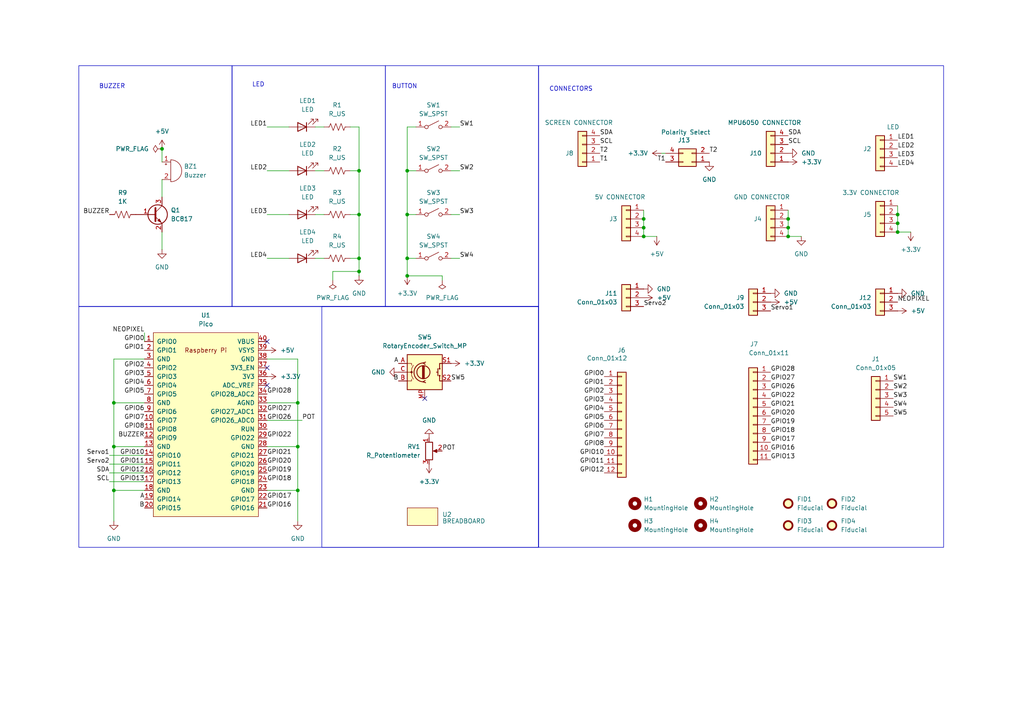
<source format=kicad_sch>
(kicad_sch (version 20231120) (generator "eeschema") (generator_version "8.0")
  (paper "A4")
  (lib_symbols
    (symbol "Connector_Generic:Conn_02x02_Top_Bottom" (pin_names (offset 1.016) hide)
      (property "Reference" "J" (at 1.27 2.54 0))
      (property "Value" "Conn_02x02_Top_Bottom" (at 1.27 -5.08 0))
      (symbol "Conn_02x02_Top_Bottom_1_1"
        (rectangle (start -1.27 -2.413) (end 0 -2.667) (stroke (width 0.1524)))
        (rectangle (start -1.27 0.127) (end 0 -0.127) (stroke (width 0.1524)))
        (rectangle (start -1.27 1.27) (end 3.81 -3.81) (stroke (width 0.254)) (fill (type background)))
        (rectangle (start 3.81 -2.413) (end 2.54 -2.667) (stroke (width 0.1524)))
        (rectangle (start 3.81 0.127) (end 2.54 -0.127) (stroke (width 0.1524)))
        (pin passive line (at -5.08 0 0) (length 3.81) (name "Pin_1") (number "1"))
        (pin passive line (at -5.08 -2.54 0) (length 3.81) (name "Pin_2") (number "2"))
        (pin passive line (at 7.62 0 180) (length 3.81) (name "Pin_3") (number "3"))
        (pin passive line (at 7.62 -2.54 180) (length 3.81) (name "Pin_4") (number "4"))
      )
    )
    (symbol "Library:+3.3V" (power) (pin_numbers hide) (pin_names (offset 0) hide)
      (property "Value" "+3.3V" (at 0 3.556 0))
      (symbol "+3.3V_0_1"
        (polyline (pts (xy -0.762 1.27) (xy 0 2.54)))
        (polyline (pts (xy 0 0) (xy 0 2.54)))
        (polyline (pts (xy 0 2.54) (xy 0.762 1.27)))
      )
      (symbol "+3.3V_1_1"
        (pin power_in line (at 0 0 90) (length 0) (name "~") (number "1"))
      )
    )
    (symbol "Library:+5V" (power) (pin_numbers hide) (pin_names (offset 0) hide)
      (property "Value" "+5V" (at 0 3.556 0))
      (symbol "+5V_0_1"
        (polyline (pts (xy -0.762 1.27) (xy 0 2.54)))
        (polyline (pts (xy 0 0) (xy 0 2.54)))
        (polyline (pts (xy 0 2.54) (xy 0.762 1.27)))
      )
      (symbol "+5V_1_1"
        (pin power_in line (at 0 0 90) (length 0) (name "~") (number "1"))
      )
    )
    (symbol "Library:BC817" (pin_names (offset 0) hide)
      (property "Reference" "Q" (at 5.08 1.905 0))
      (property "Value" "BC817" (at 5.08 0 0))
      (symbol "BC817_0_1"
        (polyline (pts (xy 0.635 0.635) (xy 2.54 2.54)))
        (polyline (pts (xy 0.635 -0.635) (xy 2.54 -2.54) (xy 2.54 -2.54)))
        (polyline (pts (xy 0.635 1.905) (xy 0.635 -1.905) (xy 0.635 -1.905)) (stroke (width 0.508)))
        (polyline (pts (xy 1.27 -1.778) (xy 1.778 -1.27) (xy 2.286 -2.286) (xy 1.27 -1.778) (xy 1.27 -1.778)) (fill (type outline)))
        (circle (center 1.27 0) (radius 2.8194) (stroke (width 0.254)))
      )
      (symbol "BC817_1_1"
        (pin input line (at -5.08 0 0) (length 5.715) (name "B") (number "1"))
        (pin passive line (at 2.54 -5.08 90) (length 2.54) (name "E") (number "2"))
        (pin passive line (at 2.54 5.08 270) (length 2.54) (name "C") (number "3"))
      )
    )
    (symbol "Library:Breadboard"
      (property "Reference" "U" (at -4.064 0.762 0))
      (symbol "Breadboard_1_1"
        (rectangle (start -5.08 -1.27) (end 3.81 -6.35) (fill (type background)))
      )
    )
    (symbol "Library:Buzzer" (pin_names (offset 0.0254) hide)
      (property "Reference" "BZ" (at 3.81 1.27 0))
      (property "Value" "Buzzer" (at 3.81 -1.27 0))
      (symbol "Buzzer_0_1"
        (arc (start 0 -3.175) (mid 3.1612 0) (end 0 3.175))
        (polyline (pts (xy -1.651 1.905) (xy -1.143 1.905)))
        (polyline (pts (xy -1.397 2.159) (xy -1.397 1.651)))
        (polyline (pts (xy 0 3.175) (xy 0 -3.175)))
      )
      (symbol "Buzzer_1_1"
        (pin passive line (at -2.54 2.54 0) (length 2.54) (name "+") (number "1"))
        (pin passive line (at -2.54 -2.54 0) (length 2.54) (name "-") (number "2"))
      )
    )
    (symbol "Library:Conn_01x03" (pin_names (offset 1.016) hide)
      (property "Reference" "J" (at 0 5.08 0))
      (property "Value" "Conn_01x03" (at 0 -5.08 0))
      (symbol "Conn_01x03_1_1"
        (rectangle (start -1.27 -2.413) (end 0 -2.667) (stroke (width 0.1524)))
        (rectangle (start -1.27 0.127) (end 0 -0.127) (stroke (width 0.1524)))
        (rectangle (start -1.27 2.667) (end 0 2.413) (stroke (width 0.1524)))
        (rectangle (start -1.27 3.81) (end 1.27 -3.81) (stroke (width 0.254)) (fill (type background)))
        (pin passive line (at -5.08 2.54 0) (length 3.81) (name "Pin_1") (number "1"))
        (pin passive line (at -5.08 0 0) (length 3.81) (name "Pin_2") (number "2"))
        (pin passive line (at -5.08 -2.54 0) (length 3.81) (name "Pin_3") (number "3"))
      )
    )
    (symbol "Library:Conn_01x04" (pin_names (offset 1.016) hide)
      (property "Reference" "J" (at 0 5.08 0))
      (property "Value" "Conn_01x04" (at 0 -7.62 0))
      (symbol "Conn_01x04_1_1"
        (rectangle (start -1.27 -4.953) (end 0 -5.207) (stroke (width 0.1524)))
        (rectangle (start -1.27 -2.413) (end 0 -2.667) (stroke (width 0.1524)))
        (rectangle (start -1.27 0.127) (end 0 -0.127) (stroke (width 0.1524)))
        (rectangle (start -1.27 2.667) (end 0 2.413) (stroke (width 0.1524)))
        (rectangle (start -1.27 3.81) (end 1.27 -6.35) (stroke (width 0.254)) (fill (type background)))
        (pin passive line (at -5.08 2.54 0) (length 3.81) (name "Pin_1") (number "1"))
        (pin passive line (at -5.08 0 0) (length 3.81) (name "Pin_2") (number "2"))
        (pin passive line (at -5.08 -2.54 0) (length 3.81) (name "Pin_3") (number "3"))
        (pin passive line (at -5.08 -5.08 0) (length 3.81) (name "Pin_4") (number "4"))
      )
    )
    (symbol "Library:Conn_01x05" (pin_names (offset 1.016) hide)
      (property "Reference" "J" (at 0 7.62 0))
      (property "Value" "Conn_01x05" (at 0 -7.62 0))
      (symbol "Conn_01x05_1_1"
        (rectangle (start -1.27 -4.953) (end 0 -5.207) (stroke (width 0.1524)))
        (rectangle (start -1.27 -2.413) (end 0 -2.667) (stroke (width 0.1524)))
        (rectangle (start -1.27 0.127) (end 0 -0.127) (stroke (width 0.1524)))
        (rectangle (start -1.27 2.667) (end 0 2.413) (stroke (width 0.1524)))
        (rectangle (start -1.27 5.207) (end 0 4.953) (stroke (width 0.1524)))
        (rectangle (start -1.27 6.35) (end 1.27 -6.35) (stroke (width 0.254)) (fill (type background)))
        (pin passive line (at -5.08 5.08 0) (length 3.81) (name "Pin_1") (number "1"))
        (pin passive line (at -5.08 2.54 0) (length 3.81) (name "Pin_2") (number "2"))
        (pin passive line (at -5.08 0 0) (length 3.81) (name "Pin_3") (number "3"))
        (pin passive line (at -5.08 -2.54 0) (length 3.81) (name "Pin_4") (number "4"))
        (pin passive line (at -5.08 -5.08 0) (length 3.81) (name "Pin_5") (number "5"))
      )
    )
    (symbol "Library:Conn_01x11" (pin_names (offset 1.016) hide)
      (property "Reference" "J" (at 0 15.24 0))
      (property "Value" "Conn_01x11" (at 0 -15.24 0))
      (symbol "Conn_01x11_1_1"
        (rectangle (start -1.27 -12.573) (end 0 -12.827) (stroke (width 0.1524)))
        (rectangle (start -1.27 -10.033) (end 0 -10.287) (stroke (width 0.1524)))
        (rectangle (start -1.27 -7.493) (end 0 -7.747) (stroke (width 0.1524)))
        (rectangle (start -1.27 -4.953) (end 0 -5.207) (stroke (width 0.1524)))
        (rectangle (start -1.27 -2.413) (end 0 -2.667) (stroke (width 0.1524)))
        (rectangle (start -1.27 0.127) (end 0 -0.127) (stroke (width 0.1524)))
        (rectangle (start -1.27 2.667) (end 0 2.413) (stroke (width 0.1524)))
        (rectangle (start -1.27 5.207) (end 0 4.953) (stroke (width 0.1524)))
        (rectangle (start -1.27 7.747) (end 0 7.493) (stroke (width 0.1524)))
        (rectangle (start -1.27 10.287) (end 0 10.033) (stroke (width 0.1524)))
        (rectangle (start -1.27 12.827) (end 0 12.573) (stroke (width 0.1524)))
        (rectangle (start -1.27 13.97) (end 1.27 -13.97) (stroke (width 0.254)) (fill (type background)))
        (pin passive line (at -5.08 12.7 0) (length 3.81) (name "Pin_1") (number "1"))
        (pin passive line (at -5.08 -10.16 0) (length 3.81) (name "Pin_10") (number "10"))
        (pin passive line (at -5.08 -12.7 0) (length 3.81) (name "Pin_11") (number "11"))
        (pin passive line (at -5.08 10.16 0) (length 3.81) (name "Pin_2") (number "2"))
        (pin passive line (at -5.08 7.62 0) (length 3.81) (name "Pin_3") (number "3"))
        (pin passive line (at -5.08 5.08 0) (length 3.81) (name "Pin_4") (number "4"))
        (pin passive line (at -5.08 2.54 0) (length 3.81) (name "Pin_5") (number "5"))
        (pin passive line (at -5.08 0 0) (length 3.81) (name "Pin_6") (number "6"))
        (pin passive line (at -5.08 -2.54 0) (length 3.81) (name "Pin_7") (number "7"))
        (pin passive line (at -5.08 -5.08 0) (length 3.81) (name "Pin_8") (number "8"))
        (pin passive line (at -5.08 -7.62 0) (length 3.81) (name "Pin_9") (number "9"))
      )
    )
    (symbol "Library:Conn_01x12" (pin_names (offset 1.016) hide)
      (property "Reference" "J" (at 0 15.24 0))
      (property "Value" "Conn_01x12" (at 0 -17.78 0))
      (symbol "Conn_01x12_1_1"
        (rectangle (start -1.27 -15.113) (end 0 -15.367) (stroke (width 0.1524)))
        (rectangle (start -1.27 -12.573) (end 0 -12.827) (stroke (width 0.1524)))
        (rectangle (start -1.27 -10.033) (end 0 -10.287) (stroke (width 0.1524)))
        (rectangle (start -1.27 -7.493) (end 0 -7.747) (stroke (width 0.1524)))
        (rectangle (start -1.27 -4.953) (end 0 -5.207) (stroke (width 0.1524)))
        (rectangle (start -1.27 -2.413) (end 0 -2.667) (stroke (width 0.1524)))
        (rectangle (start -1.27 0.127) (end 0 -0.127) (stroke (width 0.1524)))
        (rectangle (start -1.27 2.667) (end 0 2.413) (stroke (width 0.1524)))
        (rectangle (start -1.27 5.207) (end 0 4.953) (stroke (width 0.1524)))
        (rectangle (start -1.27 7.747) (end 0 7.493) (stroke (width 0.1524)))
        (rectangle (start -1.27 10.287) (end 0 10.033) (stroke (width 0.1524)))
        (rectangle (start -1.27 12.827) (end 0 12.573) (stroke (width 0.1524)))
        (rectangle (start -1.27 13.97) (end 1.27 -16.51) (stroke (width 0.254)) (fill (type background)))
        (pin passive line (at -5.08 12.7 0) (length 3.81) (name "Pin_1") (number "1"))
        (pin passive line (at -5.08 -10.16 0) (length 3.81) (name "Pin_10") (number "10"))
        (pin passive line (at -5.08 -12.7 0) (length 3.81) (name "Pin_11") (number "11"))
        (pin passive line (at -5.08 -15.24 0) (length 3.81) (name "Pin_12") (number "12"))
        (pin passive line (at -5.08 10.16 0) (length 3.81) (name "Pin_2") (number "2"))
        (pin passive line (at -5.08 7.62 0) (length 3.81) (name "Pin_3") (number "3"))
        (pin passive line (at -5.08 5.08 0) (length 3.81) (name "Pin_4") (number "4"))
        (pin passive line (at -5.08 2.54 0) (length 3.81) (name "Pin_5") (number "5"))
        (pin passive line (at -5.08 0 0) (length 3.81) (name "Pin_6") (number "6"))
        (pin passive line (at -5.08 -2.54 0) (length 3.81) (name "Pin_7") (number "7"))
        (pin passive line (at -5.08 -5.08 0) (length 3.81) (name "Pin_8") (number "8"))
        (pin passive line (at -5.08 -7.62 0) (length 3.81) (name "Pin_9") (number "9"))
      )
    )
    (symbol "Library:Fiducial" (exclude_from_sim yes) (in_bom no)
      (property "Reference" "FID" (at 0 5.08 0))
      (property "Value" "Fiducial" (at 0 3.175 0))
      (symbol "Fiducial_0_1"
        (circle (center 0 0) (radius 1.27) (stroke (width 0.508)) (fill (type background)))
      )
    )
    (symbol "Library:GND" (power) (pin_numbers hide) (pin_names (offset 0) hide)
      (property "Value" "GND" (at 0 -3.81 0))
      (symbol "GND_0_1"
        (polyline (pts (xy 0 0) (xy 0 -1.27) (xy 1.27 -1.27) (xy 0 -2.54) (xy -1.27 -1.27) (xy 0 -1.27)))
      )
      (symbol "GND_1_1"
        (pin power_in line (at 0 0 270) (length 0) (name "~") (number "1"))
      )
    )
    (symbol "Library:LED" (pin_numbers hide) (pin_names (offset 1.016) hide)
      (property "Reference" "D" (at 0 2.54 0))
      (property "Value" "LED" (at 0 -2.54 0))
      (symbol "LED_0_1"
        (polyline (pts (xy -1.27 -1.27) (xy -1.27 1.27)) (stroke (width 0.254)))
        (polyline (pts (xy -1.27 0) (xy 1.27 0)))
        (polyline (pts (xy 1.27 -1.27) (xy 1.27 1.27) (xy -1.27 0) (xy 1.27 -1.27)) (stroke (width 0.254)))
        (polyline (pts (xy -3.048 -0.762) (xy -4.572 -2.286) (xy -3.81 -2.286) (xy -4.572 -2.286) (xy -4.572 -1.524)))
        (polyline (pts (xy -1.778 -0.762) (xy -3.302 -2.286) (xy -2.54 -2.286) (xy -3.302 -2.286) (xy -3.302 -1.524)))
      )
      (symbol "LED_1_1"
        (pin passive line (at -3.81 0 0) (length 2.54) (name "K") (number "1"))
        (pin passive line (at 3.81 0 180) (length 2.54) (name "A") (number "2"))
      )
    )
    (symbol "Library:MountingHole" (pin_names (offset 1.016)) (exclude_from_sim yes) (in_bom no)
      (property "Reference" "H" (at 0 5.08 0))
      (property "Value" "MountingHole" (at 0 3.175 0))
      (symbol "MountingHole_0_1"
        (circle (center 0 0) (radius 1.27) (stroke (width 1.27)))
      )
    )
    (symbol "Library:PWR_FLAG" (power) (pin_numbers hide) (pin_names (offset 0) hide)
      (property "Value" "PWR_FLAG" (at 0 3.81 0))
      (symbol "PWR_FLAG_0_0"
        (pin power_out line (at 0 0 90) (length 0) (name "~") (number "1"))
      )
      (symbol "PWR_FLAG_0_1"
        (polyline (pts (xy 0 0) (xy 0 1.27) (xy -1.016 1.905) (xy 0 2.54) (xy 1.016 1.905) (xy 0 1.27)))
      )
    )
    (symbol "Library:Pico" (pin_names (offset 1.016))
      (property "Reference" "U1" (at 0 31.75 0))
      (property "Value" "Pico" (at 0 29.21 0))
      (symbol "Pico_0_0"
        (text "Raspberry Pi" (at 0 21.59 0) (effects (font (size 1.27 1.27))))
      )
      (symbol "Pico_0_1"
        (rectangle (start -15.24 26.67) (end 15.24 -26.67) (fill (type background)))
      )
      (symbol "Pico_1_1"
        (pin bidirectional line (at -17.78 24.13 0) (length 2.54) (name "GPIO0") (number "1"))
        (pin bidirectional line (at -17.78 1.27 0) (length 2.54) (name "GPIO7") (number "10"))
        (pin bidirectional line (at -17.78 -1.27 0) (length 2.54) (name "GPIO8") (number "11"))
        (pin bidirectional line (at -17.78 -3.81 0) (length 2.54) (name "GPIO9") (number "12"))
        (pin power_in line (at -17.78 -6.35 0) (length 2.54) (name "GND") (number "13"))
        (pin bidirectional line (at -17.78 -8.89 0) (length 2.54) (name "GPIO10") (number "14"))
        (pin bidirectional line (at -17.78 -11.43 0) (length 2.54) (name "GPIO11") (number "15"))
        (pin bidirectional line (at -17.78 -13.97 0) (length 2.54) (name "GPIO12") (number "16"))
        (pin bidirectional line (at -17.78 -16.51 0) (length 2.54) (name "GPIO13") (number "17"))
        (pin power_in line (at -17.78 -19.05 0) (length 2.54) (name "GND") (number "18"))
        (pin bidirectional line (at -17.78 -21.59 0) (length 2.54) (name "GPIO14") (number "19"))
        (pin bidirectional line (at -17.78 21.59 0) (length 2.54) (name "GPIO1") (number "2"))
        (pin bidirectional line (at -17.78 -24.13 0) (length 2.54) (name "GPIO15") (number "20"))
        (pin bidirectional line (at 17.78 -24.13 180) (length 2.54) (name "GPIO16") (number "21"))
        (pin bidirectional line (at 17.78 -21.59 180) (length 2.54) (name "GPIO17") (number "22"))
        (pin power_in line (at 17.78 -19.05 180) (length 2.54) (name "GND") (number "23"))
        (pin bidirectional line (at 17.78 -16.51 180) (length 2.54) (name "GPIO18") (number "24"))
        (pin bidirectional line (at 17.78 -13.97 180) (length 2.54) (name "GPIO19") (number "25"))
        (pin bidirectional line (at 17.78 -11.43 180) (length 2.54) (name "GPIO20") (number "26"))
        (pin bidirectional line (at 17.78 -8.89 180) (length 2.54) (name "GPIO21") (number "27"))
        (pin power_in line (at 17.78 -6.35 180) (length 2.54) (name "GND") (number "28"))
        (pin bidirectional line (at 17.78 -3.81 180) (length 2.54) (name "GPIO22") (number "29"))
        (pin power_in line (at -17.78 19.05 0) (length 2.54) (name "GND") (number "3"))
        (pin input line (at 17.78 -1.27 180) (length 2.54) (name "RUN") (number "30"))
        (pin bidirectional line (at 17.78 1.27 180) (length 2.54) (name "GPIO26_ADC0") (number "31"))
        (pin bidirectional line (at 17.78 3.81 180) (length 2.54) (name "GPIO27_ADC1") (number "32"))
        (pin power_in line (at 17.78 6.35 180) (length 2.54) (name "AGND") (number "33"))
        (pin bidirectional line (at 17.78 8.89 180) (length 2.54) (name "GPIO28_ADC2") (number "34"))
        (pin unspecified line (at 17.78 11.43 180) (length 2.54) (name "ADC_VREF") (number "35"))
        (pin unspecified line (at 17.78 13.97 180) (length 2.54) (name "3V3") (number "36"))
        (pin input line (at 17.78 16.51 180) (length 2.54) (name "3V3_EN") (number "37"))
        (pin bidirectional line (at 17.78 19.05 180) (length 2.54) (name "GND") (number "38"))
        (pin unspecified line (at 17.78 21.59 180) (length 2.54) (name "VSYS") (number "39"))
        (pin bidirectional line (at -17.78 16.51 0) (length 2.54) (name "GPIO2") (number "4"))
        (pin unspecified line (at 17.78 24.13 180) (length 2.54) (name "VBUS") (number "40"))
        (pin bidirectional line (at -17.78 13.97 0) (length 2.54) (name "GPIO3") (number "5"))
        (pin bidirectional line (at -17.78 11.43 0) (length 2.54) (name "GPIO4") (number "6"))
        (pin bidirectional line (at -17.78 8.89 0) (length 2.54) (name "GPIO5") (number "7"))
        (pin power_in line (at -17.78 6.35 0) (length 2.54) (name "GND") (number "8"))
        (pin bidirectional line (at -17.78 3.81 0) (length 2.54) (name "GPIO6") (number "9"))
      )
    )
    (symbol "Library:R_Potentiometer" (pin_names (offset 1.016) hide)
      (property "Reference" "RV" (at -4.445 0 90))
      (property "Value" "R_Potentiometer" (at -2.54 0 90))
      (symbol "R_Potentiometer_0_1"
        (polyline (pts (xy 2.54 0) (xy 1.524 0)))
        (polyline (pts (xy 1.143 0) (xy 2.286 0.508) (xy 2.286 -0.508) (xy 1.143 0)) (fill (type outline)))
        (rectangle (start 1.016 2.54) (end -1.016 -2.54) (stroke (width 0.254)))
      )
      (symbol "R_Potentiometer_1_1"
        (pin passive line (at 0 3.81 270) (length 1.27) (name "1") (number "1"))
        (pin passive line (at 3.81 0 180) (length 1.27) (name "2") (number "2"))
        (pin passive line (at 0 -3.81 90) (length 1.27) (name "3") (number "3"))
      )
    )
    (symbol "Library:R_US" (pin_numbers hide) (pin_names (offset 0))
      (property "Reference" "R" (at 2.54 0 90))
      (property "Value" "R_US" (at -2.54 0 90))
      (symbol "R_US_0_1"
        (polyline (pts (xy 0 -2.286) (xy 0 -2.54)))
        (polyline (pts (xy 0 2.286) (xy 0 2.54)))
        (polyline (pts (xy 0 -0.762) (xy 1.016 -1.143) (xy 0 -1.524) (xy -1.016 -1.905) (xy 0 -2.286)))
        (polyline (pts (xy 0 0.762) (xy 1.016 0.381) (xy 0 0) (xy -1.016 -0.381) (xy 0 -0.762)))
        (polyline (pts (xy 0 2.286) (xy 1.016 1.905) (xy 0 1.524) (xy -1.016 1.143) (xy 0 0.762)))
      )
      (symbol "R_US_1_1"
        (pin passive line (at 0 3.81 270) (length 1.27) (name "~") (number "1"))
        (pin passive line (at 0 -3.81 90) (length 1.27) (name "~") (number "2"))
      )
    )
    (symbol "Library:RotaryEncoder_Switch_MP" (pin_names (offset 0.254) hide)
      (property "Reference" "SW" (at 0 8.89 0))
      (property "Value" "RotaryEncoder_Switch_MP" (at 0 6.35 0))
      (symbol "RotaryEncoder_Switch_MP_0_1"
        (rectangle (start -5.08 5.08) (end 5.08 -5.08) (stroke (width 0.254)) (fill (type background)))
        (circle (center -3.81 0) (radius 0.254) (fill (type outline)))
        (circle (center -0.381 0) (radius 1.905) (stroke (width 0.254)))
        (arc (start -0.381 2.667) (mid -3.0988 -0.0635) (end -0.381 -2.794) (stroke (width 0.254)))
        (polyline (pts (xy -0.635 -1.778) (xy -0.635 1.778)) (stroke (width 0.254)))
        (polyline (pts (xy -0.381 -1.778) (xy -0.381 1.778)) (stroke (width 0.254)))
        (polyline (pts (xy -0.127 1.778) (xy -0.127 -1.778)) (stroke (width 0.254)))
        (polyline (pts (xy 3.81 0) (xy 3.429 0)) (stroke (width 0.254)))
        (polyline (pts (xy 3.81 1.016) (xy 3.81 -1.016)) (stroke (width 0.254)))
        (polyline (pts (xy -5.08 -2.54) (xy -3.81 -2.54) (xy -3.81 -2.032)))
        (polyline (pts (xy -5.08 2.54) (xy -3.81 2.54) (xy -3.81 2.032)))
        (polyline (pts (xy 0.254 -3.048) (xy -0.508 -2.794) (xy 0.127 -2.413)) (stroke (width 0.254)))
        (polyline (pts (xy 0.254 2.921) (xy -0.508 2.667) (xy 0.127 2.286)) (stroke (width 0.254)))
        (polyline (pts (xy 5.08 -2.54) (xy 4.318 -2.54) (xy 4.318 -1.016)) (stroke (width 0.254)))
        (polyline (pts (xy 5.08 2.54) (xy 4.318 2.54) (xy 4.318 1.016)) (stroke (width 0.254)))
        (polyline (pts (xy -5.08 0) (xy -3.81 0) (xy -3.81 -1.016) (xy -3.302 -2.032)))
        (polyline (pts (xy -4.318 0) (xy -3.81 0) (xy -3.81 1.016) (xy -3.302 2.032)))
        (circle (center 4.318 -1.016) (radius 0.127) (stroke (width 0.254)))
        (circle (center 4.318 1.016) (radius 0.127) (stroke (width 0.254)))
      )
      (symbol "RotaryEncoder_Switch_MP_1_1"
        (pin passive line (at -7.62 2.54 0) (length 2.54) (name "A") (number "A"))
        (pin passive line (at -7.62 -2.54 0) (length 2.54) (name "B") (number "B"))
        (pin passive line (at -7.62 0 0) (length 2.54) (name "C") (number "C"))
        (pin passive line (at 0 -7.62 90) (length 2.54) (name "MP") (number "MP"))
        (pin passive line (at 7.62 2.54 180) (length 2.54) (name "S1") (number "S1"))
        (pin passive line (at 7.62 -2.54 180) (length 2.54) (name "S2") (number "S2"))
      )
    )
    (symbol "Library:SW_SPST" (pin_names (offset 0) hide)
      (property "Reference" "SW" (at 0 3.175 0))
      (property "Value" "SW_SPST" (at 0 -2.54 0))
      (symbol "SW_SPST_0_0"
        (circle (center -2.032 0) (radius 0.508))
        (polyline (pts (xy -1.524 0.254) (xy 1.524 1.778)))
        (circle (center 2.032 0) (radius 0.508))
      )
      (symbol "SW_SPST_1_1"
        (pin passive line (at -5.08 0 0) (length 2.54) (name "A") (number "1"))
        (pin passive line (at 5.08 0 180) (length 2.54) (name "B") (number "2"))
      )
    )
  )
  (junction (at 104.14 78.74))
  (junction (at 228.6 63.5))
  (junction (at 228.6 66.04))
  (junction (at 186.69 63.5))
  (junction (at 260.35 62.23))
  (junction (at 86.36 129.54))
  (junction (at 33.02 142.24))
  (junction (at 118.11 80.01))
  (junction (at 118.11 74.93))
  (junction (at 118.11 49.53))
  (junction (at 260.35 64.77))
  (junction (at 260.35 67.31))
  (junction (at 86.36 142.24))
  (junction (at 186.69 68.58))
  (junction (at 33.02 116.84))
  (junction (at 46.99 43.18))
  (junction (at 186.69 66.04))
  (junction (at 86.36 116.84))
  (junction (at 118.11 62.23))
  (junction (at 104.14 62.23))
  (junction (at 33.02 129.54))
  (junction (at 104.14 49.53))
  (junction (at 104.14 74.93))
  (junction (at 228.6 68.58))
  (no_connect (at 77.47 99.06))
  (no_connect (at 77.47 111.76))
  (no_connect (at 123.19 115.57))
  (no_connect (at 77.47 106.68))
  (wire (pts (xy 91.44 62.23) (xy 93.98 62.23)))
  (wire (pts (xy 191.77 44.45) (xy 193.04 44.45)))
  (wire (pts (xy 186.69 63.5) (xy 186.69 66.04)))
  (wire (pts (xy 130.81 49.53) (xy 133.35 49.53)))
  (wire (pts (xy 46.99 67.31) (xy 46.99 72.39)))
  (wire (pts (xy 77.47 74.93) (xy 83.82 74.93)))
  (wire (pts (xy 118.11 62.23) (xy 120.65 62.23)))
  (wire (pts (xy 91.44 74.93) (xy 93.98 74.93)))
  (wire (pts (xy 118.11 49.53) (xy 118.11 36.83)))
  (wire (pts (xy 118.11 80.01) (xy 128.27 80.01)))
  (wire (pts (xy 118.11 62.23) (xy 118.11 74.93)))
  (wire (pts (xy 128.27 81.28) (xy 128.27 80.01)))
  (wire (pts (xy 118.11 49.53) (xy 120.65 49.53)))
  (wire (pts (xy 77.47 36.83) (xy 83.82 36.83)))
  (wire (pts (xy 130.81 74.93) (xy 133.35 74.93)))
  (wire (pts (xy 101.6 62.23) (xy 104.14 62.23)))
  (wire (pts (xy 104.14 74.93) (xy 104.14 78.74)))
  (wire (pts (xy 31.75 134.62) (xy 41.91 134.62)))
  (wire (pts (xy 228.6 68.58) (xy 232.41 68.58)))
  (wire (pts (xy 260.35 59.69) (xy 260.35 62.23)))
  (wire (pts (xy 86.36 116.84) (xy 86.36 129.54)))
  (wire (pts (xy 31.75 139.7) (xy 41.91 139.7)))
  (wire (pts (xy 33.02 129.54) (xy 33.02 142.24)))
  (wire (pts (xy 260.35 64.77) (xy 260.35 67.31)))
  (wire (pts (xy 86.36 142.24) (xy 77.47 142.24)))
  (wire (pts (xy 33.02 116.84) (xy 33.02 129.54)))
  (wire (pts (xy 118.11 36.83) (xy 120.65 36.83)))
  (wire (pts (xy 31.75 137.16) (xy 41.91 137.16)))
  (wire (pts (xy 77.47 49.53) (xy 83.82 49.53)))
  (wire (pts (xy 77.47 121.92) (xy 87.63 121.92)))
  (wire (pts (xy 228.6 60.96) (xy 228.6 63.5)))
  (wire (pts (xy 104.14 62.23) (xy 104.14 74.93)))
  (wire (pts (xy 77.47 116.84) (xy 86.36 116.84)))
  (wire (pts (xy 118.11 74.93) (xy 118.11 80.01)))
  (wire (pts (xy 33.02 151.13) (xy 33.02 142.24)))
  (wire (pts (xy 101.6 49.53) (xy 104.14 49.53)))
  (wire (pts (xy 33.02 129.54) (xy 41.91 129.54)))
  (wire (pts (xy 186.69 60.96) (xy 186.69 63.5)))
  (wire (pts (xy 228.6 66.04) (xy 228.6 68.58)))
  (wire (pts (xy 91.44 36.83) (xy 93.98 36.83)))
  (wire (pts (xy 77.47 62.23) (xy 83.82 62.23)))
  (wire (pts (xy 260.35 67.31) (xy 264.16 67.31)))
  (wire (pts (xy 186.69 68.58) (xy 190.5 68.58)))
  (wire (pts (xy 46.99 43.18) (xy 46.99 46.99)))
  (wire (pts (xy 91.44 49.53) (xy 93.98 49.53)))
  (wire (pts (xy 118.11 74.93) (xy 120.65 74.93)))
  (wire (pts (xy 96.52 78.74) (xy 104.14 78.74)))
  (wire (pts (xy 46.99 52.07) (xy 46.99 57.15)))
  (wire (pts (xy 33.02 116.84) (xy 41.91 116.84)))
  (wire (pts (xy 86.36 129.54) (xy 86.36 142.24)))
  (wire (pts (xy 86.36 104.14) (xy 86.36 116.84)))
  (wire (pts (xy 33.02 142.24) (xy 41.91 142.24)))
  (wire (pts (xy 228.6 63.5) (xy 228.6 66.04)))
  (wire (pts (xy 33.02 104.14) (xy 33.02 116.84)))
  (wire (pts (xy 104.14 78.74) (xy 104.14 80.01)))
  (wire (pts (xy 101.6 36.83) (xy 104.14 36.83)))
  (wire (pts (xy 186.69 66.04) (xy 186.69 68.58)))
  (wire (pts (xy 41.91 104.14) (xy 33.02 104.14)))
  (wire (pts (xy 104.14 36.83) (xy 104.14 49.53)))
  (wire (pts (xy 77.47 129.54) (xy 86.36 129.54)))
  (wire (pts (xy 41.91 96.52) (xy 41.91 99.06)))
  (wire (pts (xy 86.36 151.13) (xy 86.36 142.24)))
  (wire (pts (xy 77.47 104.14) (xy 86.36 104.14)))
  (wire (pts (xy 130.81 62.23) (xy 133.35 62.23)))
  (wire (pts (xy 104.14 49.53) (xy 104.14 62.23)))
  (wire (pts (xy 118.11 49.53) (xy 118.11 62.23)))
  (wire (pts (xy 260.35 62.23) (xy 260.35 64.77)))
  (wire (pts (xy 96.52 81.28) (xy 96.52 78.74)))
  (wire (pts (xy 101.6 74.93) (xy 104.14 74.93)))
  (wire (pts (xy 31.75 132.08) (xy 41.91 132.08)))
  (wire (pts (xy 130.81 36.83) (xy 133.35 36.83)))
  (rectangle (start 111.76 19.05) (end 156.21 88.9))
  (rectangle (start 93.345 88.9) (end 156.21 158.75))
  (rectangle (start 22.86 88.9) (end 156.21 158.75))
  (rectangle (start 22.86 19.05) (end 67.31 88.9))
  (rectangle (start 156.21 19.05) (end 273.685 158.75))
  (rectangle (start 67.31 19.05) (end 111.76 88.9))
  (text "BUTTON" (at 117.348 25.146 0) (effects (font (size 1.27 1.27))))
  (text "CONNECTORS\n" (at 165.608 25.908 0) (effects (font (size 1.27 1.27))))
  (text "LED" (at 74.93 24.638 0) (effects (font (size 1.27 1.27))))
  (text "BUZZER" (at 32.512 25.146 0) (effects (font (size 1.27 1.27))))
  (label "GPIO7" (at 41.91 121.92 180))
  (label "GPIO22" (at 223.52 115.57 0))
  (label "GPIO10" (at 41.91 132.08 180))
  (label "GPIO4" (at 175.26 119.38 180))
  (label "B" (at 115.57 110.49 180))
  (label "GPIO2" (at 175.26 114.3 180))
  (label "NEOPIXEL" (at 41.91 96.52 180))
  (label "A" (at 115.57 105.41 180))
  (label "Servo2" (at 31.75 134.62 180))
  (label "GPIO0" (at 175.26 109.22 180))
  (label "GPIO13" (at 223.52 133.35 0))
  (label "GPIO22" (at 77.47 127 0))
  (label "GPIO6" (at 175.26 124.46 180))
  (label "GPIO1" (at 175.26 111.76 180))
  (label "GPIO6" (at 41.91 119.38 180))
  (label "SW3" (at 133.35 62.23 0))
  (label "T1" (at 173.99 46.99 0))
  (label "GPIO10" (at 175.26 132.08 180))
  (label "POT" (at 87.63 121.92 0))
  (label "T2" (at 173.99 44.45 0))
  (label "GPIO11" (at 175.26 134.62 180))
  (label "GPIO3" (at 175.26 116.84 180))
  (label "LED3" (at 77.47 62.23 180))
  (label "LED4" (at 77.47 74.93 180))
  (label "LED2" (at 260.35 43.18 0))
  (label "GPIO7" (at 175.26 127 180))
  (label "NEOPIXEL" (at 260.35 87.63 0))
  (label "SW2" (at 259.08 113.03 0))
  (label "SDA" (at 173.99 39.37 0))
  (label "GPIO17" (at 223.52 128.27 0))
  (label "GPIO16" (at 223.52 130.81 0))
  (label "SCL" (at 173.99 41.91 0))
  (label "LED2" (at 77.47 49.53 180))
  (label "GPIO28" (at 77.47 114.3 0))
  (label "SW1" (at 133.35 36.83 0))
  (label "GPIO26" (at 223.52 113.03 0))
  (label "GPIO4" (at 41.91 111.76 180))
  (label "GPIO18" (at 223.52 125.73 0))
  (label "SCL" (at 31.75 139.7 180))
  (label "SW4" (at 259.08 118.11 0))
  (label "GPIO17" (at 77.47 144.78 0))
  (label "SW3" (at 259.08 115.57 0))
  (label "SW5" (at 259.08 120.65 0))
  (label "GPIO20" (at 77.47 134.62 0))
  (label "LED3" (at 260.35 45.72 0))
  (label "B" (at 41.91 147.32 180))
  (label "BUZZER" (at 31.75 62.23 180))
  (label "LED4" (at 260.35 48.26 0))
  (label "LED1" (at 260.35 40.64 0))
  (label "GPIO21" (at 77.47 132.08 0))
  (label "GPIO8" (at 41.91 124.46 180))
  (label "GPIO20" (at 223.52 120.65 0))
  (label "SCL" (at 228.6 41.91 0))
  (label "GPIO28" (at 223.52 107.95 0))
  (label "BUZZER" (at 41.91 127 180))
  (label "GPIO0" (at 41.91 99.06 180))
  (label "GPIO27" (at 223.52 110.49 0))
  (label "GPIO18" (at 77.47 139.7 0))
  (label "GPIO12" (at 41.91 137.16 180))
  (label "SW1" (at 259.08 110.49 0))
  (label "GPIO27" (at 77.47 119.38 0))
  (label "GPIO8" (at 175.26 129.54 180))
  (label "GPIO5" (at 175.26 121.92 180))
  (label "SDA" (at 31.75 137.16 180))
  (label "Servo1" (at 223.52 90.17 0))
  (label "LED1" (at 77.47 36.83 180))
  (label "GPIO26" (at 77.47 121.92 0))
  (label "GPIO1" (at 41.91 101.6 180))
  (label "Servo1" (at 31.75 132.08 180))
  (label "POT" (at 128.27 130.81 0))
  (label "GPIO21" (at 223.52 118.11 0))
  (label "A" (at 41.91 144.78 180))
  (label "GPIO2" (at 41.91 106.68 180))
  (label "SW4" (at 133.35 74.93 0))
  (label "GPIO16" (at 77.47 147.32 0))
  (label "SDA" (at 228.6 39.37 0))
  (label "GPIO12" (at 175.26 137.16 180))
  (label "SW5" (at 130.81 110.49 0))
  (label "SW2" (at 133.35 49.53 0))
  (label "Servo2" (at 186.69 88.9 0))
  (label "T2" (at 205.74 44.45 0))
  (label "GPIO19" (at 77.47 137.16 0))
  (label "T1" (at 193.04 46.99 180))
  (label "GPIO11" (at 41.91 134.62 180))
  (label "GPIO19" (at 223.52 123.19 0))
  (label "GPIO3" (at 41.91 109.22 180))
  (label "GPIO5" (at 41.91 114.3 180))
  (label "GPIO13" (at 41.91 139.7 180))
  (symbol (lib_id "Library:Fiducial") (at 228.6 146.05 0) (unit 1) (exclude_from_sim yes) (in_bom no)
    (property "Reference" "FID1" (at 231.14 144.7799 0) (effects (justify left)))
    (property "Value" "Fiducial" (at 231.14 147.3199 0) (effects (justify left)))
    (property "Footprint" "Library:Fiducial_1mm_Mask2mm" (effects (hide yes)))
    (property "Description" "Fiducial Marker" (effects (hide yes)))
  )
  (symbol (lib_id "Library:Conn_01x11") (at 218.44 120.65 0) (mirror y) (unit 1)
    (property "Reference" "J7" (at 218.694 99.822 0))
    (property "Value" "Conn_01x11" (at 223.012 102.362 0))
    (property "Footprint" "Library:PinHeader_1x11_P2.54mm_Vertical" (effects (hide yes)))
    (property "Description" "Generic connector, single row, 01x11, script generated (kicad-library-utils/schlib/autogen/connector/)" (effects (hide yes)))
  )
  (symbol (lib_id "Library:+3.3V") (at 228.6 46.99 270) (mirror x) (unit 1)
    (property "Reference" "#PWR22" (effects (hide yes)))
    (property "Value" "+3.3V" (at 232.41 46.9901 90) (effects (justify left)))
    (property "Description" "Power symbol creates a global label with name \"+3.3V\"" (effects (hide yes)))
  )
  (symbol (lib_id "Library:GND") (at 115.57 107.95 270) (mirror x) (unit 1)
    (property "Reference" "#PWR28" (effects (hide yes)))
    (property "Value" "GND" (at 111.76 107.9499 90) (effects (justify right)))
    (property "Description" "Power symbol creates a global label with name \"GND\" , ground" (effects (hide yes)))
  )
  (symbol (lib_id "Library:Fiducial") (at 228.6 152.4 0) (unit 1) (exclude_from_sim yes) (in_bom no)
    (property "Reference" "FID3" (at 231.14 151.1299 0) (effects (justify left)))
    (property "Value" "Fiducial" (at 231.14 153.6699 0) (effects (justify left)))
    (property "Footprint" "Library:Fiducial_1mm_Mask2mm" (effects (hide yes)))
    (property "Description" "Fiducial Marker" (effects (hide yes)))
  )
  (symbol (lib_id "Library:+3.3V") (at 130.81 105.41 270) (mirror x) (unit 1)
    (property "Reference" "#PWR29" (effects (hide yes)))
    (property "Value" "+3.3V" (at 134.62 105.4101 90) (effects (justify left)))
    (property "Description" "Power symbol creates a global label with name \"+3.3V\"" (effects (hide yes)))
  )
  (symbol (lib_id "Connector_Generic:Conn_02x02_Top_Bottom") (at 200.66 46.99 180) (unit 1)
    (property "Reference" "J13" (at 198.374 40.64 0))
    (property "Value" "Polarity Select" (at 198.882 38.354 0))
    (property "Footprint" "Connector_PinHeader_2.54mm:PinHeader_2x02_P2.54mm_Vertical" (effects (hide yes)))
    (property "Description" "Generic connector, double row, 02x02, top/bottom pin numbering scheme (row 1: 1...pins_per_row, row2: pins_per_row+1 ... num_pins), script generated (kicad-library-utils/schlib/autogen/connector/)" (effects (hide yes)))
  )
  (symbol (lib_id "Library:Conn_01x04") (at 255.27 43.18 0) (mirror y) (unit 1)
    (property "Reference" "J2" (at 252.73 43.1799 0) (effects (justify left)))
    (property "Value" "LED" (at 260.858 36.83 0) (effects (justify left)))
    (property "Footprint" "Library:PinHeader_1x04_P2.54mm_Vertical" (effects (hide yes)))
    (property "Description" "Generic connector, single row, 01x04, script generated (kicad-library-utils/schlib/autogen/connector/)" (effects (hide yes)))
  )
  (symbol (lib_id "Library:+5V") (at 46.99 43.18 0) (unit 1)
    (property "Reference" "#PWR02" (effects (hide yes)))
    (property "Value" "+5V" (at 46.99 38.1 0))
    (property "Description" "Power symbol creates a global label with name \"+5V\"" (effects (hide yes)))
  )
  (symbol (lib_id "Library:+5V") (at 186.69 86.36 270) (unit 1)
    (property "Reference" "#PWR25" (effects (hide yes)))
    (property "Value" "+5V" (at 190.5 86.3599 90) (effects (justify left)))
    (property "Description" "Power symbol creates a global label with name \"+5V\"" (effects (hide yes)))
  )
  (symbol (lib_id "Library:+5V") (at 190.5 68.58 180) (unit 1)
    (property "Reference" "#PWR06" (effects (hide yes)))
    (property "Value" "+5V" (at 190.5 73.66 0))
    (property "Description" "Power symbol creates a global label with name \"+5V\"" (effects (hide yes)))
  )
  (symbol (lib_id "Library:SW_SPST") (at 125.73 62.23 0) (unit 1)
    (property "Reference" "SW3" (at 125.73 55.88 0))
    (property "Value" "SW_SPST" (at 125.73 58.42 0))
    (property "Footprint" "Library:SW_SPST_PTS810" (effects (hide yes)))
    (property "Description" "Single Pole Single Throw (SPST) switch" (effects (hide yes)))
  )
  (symbol (lib_id "Library:GND") (at 223.52 85.09 90) (unit 1)
    (property "Reference" "#PWR3" (effects (hide yes)))
    (property "Value" "GND" (at 227.33 85.0899 90) (effects (justify right)))
    (property "Description" "Power symbol creates a global label with name \"GND\" , ground" (effects (hide yes)))
  )
  (symbol (lib_id "Library:SW_SPST") (at 125.73 74.93 0) (unit 1)
    (property "Reference" "SW4" (at 125.73 68.58 0))
    (property "Value" "SW_SPST" (at 125.73 71.12 0))
    (property "Footprint" "Library:SW_SPST_PTS810" (effects (hide yes)))
    (property "Description" "Single Pole Single Throw (SPST) switch" (effects (hide yes)))
  )
  (symbol (lib_id "Library:GND") (at 228.6 44.45 90) (mirror x) (unit 1)
    (property "Reference" "#PWR23" (effects (hide yes)))
    (property "Value" "GND" (at 232.41 44.4501 90) (effects (justify right)))
    (property "Description" "Power symbol creates a global label with name \"GND\" , ground" (effects (hide yes)))
  )
  (symbol (lib_id "Library:PWR_FLAG") (at 46.99 43.18 90) (unit 1)
    (property "Reference" "#FLG01" (effects (hide yes)))
    (property "Value" "PWR_FLAG" (at 43.18 43.1799 90) (effects (justify left)))
    (property "Description" "Special symbol for telling ERC where power comes from" (effects (hide yes)))
  )
  (symbol (lib_id "Library:GND") (at 86.36 151.13 0) (unit 1)
    (property "Reference" "#PWR013" (effects (hide yes)))
    (property "Value" "GND" (at 86.36 156.21 0))
    (property "Description" "Power symbol creates a global label with name \"GND\" , ground" (effects (hide yes)))
  )
  (symbol (lib_id "Library:Conn_01x04") (at 223.52 63.5 0) (mirror y) (unit 1)
    (property "Reference" "J4" (at 220.98 63.4999 0) (effects (justify left)))
    (property "Value" "GND CONNECTOR" (at 229.108 57.15 0) (effects (justify left)))
    (property "Footprint" "Library:PinHeader_1x04_P2.54mm_Vertical" (effects (hide yes)))
    (property "Description" "Generic connector, single row, 01x04, script generated (kicad-library-utils/schlib/autogen/connector/)" (effects (hide yes)))
  )
  (symbol (lib_id "Library:PWR_FLAG") (at 96.52 81.28 180) (unit 1)
    (property "Reference" "#FLG02" (effects (hide yes)))
    (property "Value" "PWR_FLAG" (at 96.52 86.36 0))
    (property "Description" "Special symbol for telling ERC where power comes from" (effects (hide yes)))
  )
  (symbol (lib_id "Library:Conn_01x04") (at 168.91 44.45 180) (unit 1)
    (property "Reference" "J8" (at 166.37 44.4501 0) (effects (justify left)))
    (property "Value" "SCREEN CONNECTOR" (at 177.8 35.56 0) (effects (justify left)))
    (property "Footprint" "Library:PinHeader_1x04_P2.54mm_Vertical" (effects (hide yes)))
    (property "Description" "Generic connector, single row, 01x04, script generated (kicad-library-utils/schlib/autogen/connector/)" (effects (hide yes)))
  )
  (symbol (lib_id "Library:SW_SPST") (at 125.73 36.83 0) (unit 1)
    (property "Reference" "SW1" (at 125.73 30.48 0))
    (property "Value" "SW_SPST" (at 125.73 33.02 0))
    (property "Footprint" "Library:SW_SPST_PTS810" (effects (hide yes)))
    (property "Description" "Single Pole Single Throw (SPST) switch" (effects (hide yes)))
  )
  (symbol (lib_id "Library:GND") (at 260.35 85.09 90) (unit 1)
    (property "Reference" "#PWR26" (effects (hide yes)))
    (property "Value" "GND" (at 264.16 85.0899 90) (effects (justify right)))
    (property "Description" "Power symbol creates a global label with name \"GND\" , ground" (effects (hide yes)))
  )
  (symbol (lib_id "Library:MountingHole") (at 184.15 152.4 0) (unit 1) (exclude_from_sim yes) (in_bom no)
    (property "Reference" "H3" (at 186.69 151.1299 0) (effects (justify left)))
    (property "Value" "MountingHole" (at 186.69 153.6699 0) (effects (justify left)))
    (property "Footprint" "Library:MountingHole_3mm" (effects (hide yes)))
    (property "Description" "Mounting Hole without connection" (effects (hide yes)))
  )
  (symbol (lib_id "Library:Conn_01x04") (at 181.61 63.5 0) (mirror y) (unit 1)
    (property "Reference" "J3" (at 179.07 63.4999 0) (effects (justify left)))
    (property "Value" "5V CONNECTOR" (at 187.198 57.15 0) (effects (justify left)))
    (property "Footprint" "Library:PinHeader_1x04_P2.54mm_Vertical" (effects (hide yes)))
    (property "Description" "Generic connector, single row, 01x04, script generated (kicad-library-utils/schlib/autogen/connector/)" (effects (hide yes)))
  )
  (symbol (lib_id "Library:GND") (at 124.46 127 0) (mirror x) (unit 1)
    (property "Reference" "#PWR30" (effects (hide yes)))
    (property "Value" "GND" (at 124.46 121.92 0))
    (property "Description" "Power symbol creates a global label with name \"GND\" , ground" (effects (hide yes)))
  )
  (symbol (lib_id "Library:PWR_FLAG") (at 128.27 81.28 180) (unit 1)
    (property "Reference" "#FLG03" (effects (hide yes)))
    (property "Value" "PWR_FLAG" (at 128.27 86.36 0))
    (property "Description" "Special symbol for telling ERC where power comes from" (effects (hide yes)))
  )
  (symbol (lib_id "Library:GND") (at 33.02 151.13 0) (unit 1)
    (property "Reference" "#PWR015" (effects (hide yes)))
    (property "Value" "GND" (at 33.02 156.21 0))
    (property "Description" "Power symbol creates a global label with name \"GND\" , ground" (effects (hide yes)))
  )
  (symbol (lib_id "Library:GND") (at 104.14 80.01 0) (unit 1)
    (property "Reference" "#PWR01" (effects (hide yes)))
    (property "Value" "GND" (at 104.14 85.09 0))
    (property "Description" "Power symbol creates a global label with name \"GND\" , ground" (effects (hide yes)))
  )
  (symbol (lib_id "Library:Conn_01x04") (at 223.52 44.45 180) (unit 1)
    (property "Reference" "J10" (at 220.98 44.4501 0) (effects (justify left)))
    (property "Value" "MPU6050 CONNECTOR" (at 232.41 35.56 0) (effects (justify left)))
    (property "Footprint" "Library:PinHeader_1x04_P2.54mm_Vertical" (effects (hide yes)))
    (property "Description" "Generic connector, single row, 01x04, script generated (kicad-library-utils/schlib/autogen/connector/)" (effects (hide yes)))
  )
  (symbol (lib_id "Library:Pico") (at 59.69 123.19 0) (unit 1)
    (property "Reference" "U1" (at 59.69 91.44 0))
    (property "Value" "Pico" (at 59.69 93.98 0))
    (property "Footprint" "Library:RPi_Pico_SMD_TH" (effects (hide yes)))
  )
  (symbol (lib_id "Library:R_US") (at 35.56 62.23 90) (unit 1)
    (property "Reference" "R9" (at 35.56 55.88 90))
    (property "Value" "1K" (at 35.56 58.42 90))
    (property "Footprint" "Library:R_0402_1005Metric" (effects (hide yes)))
    (property "Description" "Resistor, US symbol" (effects (hide yes)))
  )
  (symbol (lib_id "Library:Conn_01x03") (at 181.61 86.36 0) (mirror y) (unit 1)
    (property "Reference" "J11" (at 179.07 85.0899 0) (effects (justify left)))
    (property "Value" "Conn_01x03" (at 179.07 87.6299 0) (effects (justify left)))
    (property "Footprint" "Library:PinHeader_1x03_P2.54mm_Vertical" (effects (hide yes)))
    (property "Description" "Generic connector, single row, 01x03, script generated (kicad-library-utils/schlib/autogen/connector/)" (effects (hide yes)))
  )
  (symbol (lib_id "Library:GND") (at 205.74 46.99 0) (unit 1)
    (property "Reference" "#PWR12" (effects (hide yes)))
    (property "Value" "GND" (at 205.74 52.07 0))
    (property "Description" "Power symbol creates a global label with name \"GND\" , ground" (effects (hide yes)))
  )
  (symbol (lib_id "Library:LED") (at 87.63 62.23 180) (unit 1)
    (property "Reference" "LED3" (at 89.2175 54.61 0))
    (property "Value" "LED" (at 89.2175 57.15 0))
    (property "Footprint" "Library:LED_0603_1608Metric" (effects (hide yes)))
    (property "Description" "Light emitting diode" (effects (hide yes)))
  )
  (symbol (lib_id "Library:+5V") (at 223.52 87.63 270) (unit 1)
    (property "Reference" "#PWR21" (effects (hide yes)))
    (property "Value" "+5V" (at 227.33 87.6299 90) (effects (justify left)))
    (property "Description" "Power symbol creates a global label with name \"+5V\"" (effects (hide yes)))
  )
  (symbol (lib_id "Library:Fiducial") (at 241.3 152.4 0) (unit 1) (exclude_from_sim yes) (in_bom no)
    (property "Reference" "FID4" (at 243.84 151.1299 0) (effects (justify left)))
    (property "Value" "Fiducial" (at 243.84 153.6699 0) (effects (justify left)))
    (property "Footprint" "Library:Fiducial_1mm_Mask2mm" (effects (hide yes)))
    (property "Description" "Fiducial Marker" (effects (hide yes)))
  )
  (symbol (lib_id "Library:Conn_01x03") (at 255.27 87.63 0) (mirror y) (unit 1)
    (property "Reference" "J12" (at 252.73 86.3599 0) (effects (justify left)))
    (property "Value" "Conn_01x03" (at 252.73 88.8999 0) (effects (justify left)))
    (property "Footprint" "Library:PinHeader_1x03_P2.54mm_Vertical" (effects (hide yes)))
    (property "Description" "Generic connector, single row, 01x03, script generated (kicad-library-utils/schlib/autogen/connector/)" (effects (hide yes)))
  )
  (symbol (lib_id "Library:R_US") (at 97.79 36.83 90) (unit 1)
    (property "Reference" "R1" (at 97.79 30.48 90))
    (property "Value" "R_US" (at 97.79 33.02 90))
    (property "Footprint" "Library:R_0402_1005Metric" (effects (hide yes)))
    (property "Description" "Resistor, US symbol" (effects (hide yes)))
  )
  (symbol (lib_id "Library:MountingHole") (at 203.2 152.4 0) (unit 1) (exclude_from_sim yes) (in_bom no)
    (property "Reference" "H4" (at 205.74 151.1299 0) (effects (justify left)))
    (property "Value" "MountingHole" (at 205.74 153.6699 0) (effects (justify left)))
    (property "Footprint" "Library:MountingHole_3mm" (effects (hide yes)))
    (property "Description" "Mounting Hole without connection" (effects (hide yes)))
  )
  (symbol (lib_id "Library:+3.3V") (at 77.47 109.22 270) (unit 1)
    (property "Reference" "#PWR010" (effects (hide yes)))
    (property "Value" "+3.3V" (at 81.28 109.2199 90) (effects (justify left)))
    (property "Description" "Power symbol creates a global label with name \"+3.3V\"" (effects (hide yes)))
  )
  (symbol (lib_id "Library:Conn_01x05") (at 254 115.57 0) (mirror y) (unit 1)
    (property "Reference" "J1" (at 254 104.14 0))
    (property "Value" "Conn_01x05" (at 254 106.68 0))
    (property "Footprint" "Library:PinHeader_1x05_P2.54mm_Vertical" (effects (hide yes)))
    (property "Description" "Generic connector, single row, 01x05, script generated (kicad-library-utils/schlib/autogen/connector/)" (effects (hide yes)))
  )
  (symbol (lib_id "Library:R_Potentiometer") (at 124.46 130.81 0) (unit 1)
    (property "Reference" "RV1" (at 121.92 129.5399 0) (effects (justify right)))
    (property "Value" "R_Potentiometer" (at 121.92 132.0799 0) (effects (justify right)))
    (property "Footprint" "Library:Potentiometer_Omeg_PC16BU_Horizontal" (effects (hide yes)))
    (property "Description" "Potentiometer" (effects (hide yes)))
  )
  (symbol (lib_id "Library:GND") (at 186.69 83.82 90) (unit 1)
    (property "Reference" "#PWR24" (effects (hide yes)))
    (property "Value" "GND" (at 190.5 83.8199 90) (effects (justify right)))
    (property "Description" "Power symbol creates a global label with name \"GND\" , ground" (effects (hide yes)))
  )
  (symbol (lib_id "Library:Conn_01x04") (at 255.27 62.23 0) (mirror y) (unit 1)
    (property "Reference" "J5" (at 252.73 62.2299 0) (effects (justify left)))
    (property "Value" "3.3V CONNECTOR" (at 260.858 55.88 0) (effects (justify left)))
    (property "Footprint" "Library:PinHeader_1x04_P2.54mm_Vertical" (effects (hide yes)))
    (property "Description" "Generic connector, single row, 01x04, script generated (kicad-library-utils/schlib/autogen/connector/)" (effects (hide yes)))
  )
  (symbol (lib_id "Library:R_US") (at 97.79 62.23 90) (unit 1)
    (property "Reference" "R3" (at 97.79 55.88 90))
    (property "Value" "R_US" (at 97.79 58.42 90))
    (property "Footprint" "Library:R_0402_1005Metric" (effects (hide yes)))
    (property "Description" "Resistor, US symbol" (effects (hide yes)))
  )
  (symbol (lib_id "Library:Conn_01x03") (at 218.44 87.63 0) (mirror y) (unit 1)
    (property "Reference" "J9" (at 215.9 86.3599 0) (effects (justify left)))
    (property "Value" "Conn_01x03" (at 215.9 88.8999 0) (effects (justify left)))
    (property "Footprint" "Library:PinHeader_1x03_P2.54mm_Vertical" (effects (hide yes)))
    (property "Description" "Generic connector, single row, 01x03, script generated (kicad-library-utils/schlib/autogen/connector/)" (effects (hide yes)))
  )
  (symbol (lib_id "Library:R_US") (at 97.79 49.53 90) (unit 1)
    (property "Reference" "R2" (at 97.79 43.18 90))
    (property "Value" "R_US" (at 97.79 45.72 90))
    (property "Footprint" "Library:R_0402_1005Metric" (effects (hide yes)))
    (property "Description" "Resistor, US symbol" (effects (hide yes)))
  )
  (symbol (lib_id "Library:+5V") (at 260.35 90.17 270) (unit 1)
    (property "Reference" "#PWR27" (effects (hide yes)))
    (property "Value" "+5V" (at 264.16 90.1699 90) (effects (justify left)))
    (property "Description" "Power symbol creates a global label with name \"+5V\"" (effects (hide yes)))
  )
  (symbol (lib_id "Library:Conn_01x12") (at 180.34 121.92 0) (unit 1)
    (property "Reference" "J6" (at 179.07 101.6 0) (effects (justify left)))
    (property "Value" "Conn_01x12" (at 170.18 103.886 0) (effects (justify left)))
    (property "Footprint" "Library:PinHeader_1x12_P2.54mm_Vertical" (effects (hide yes)))
    (property "Description" "Generic connector, single row, 01x12, script generated (kicad-library-utils/schlib/autogen/connector/)" (effects (hide yes)))
  )
  (symbol (lib_id "Library:+3.3V") (at 124.46 134.62 0) (mirror x) (unit 1)
    (property "Reference" "#PWR31" (effects (hide yes)))
    (property "Value" "+3.3V" (at 124.46 139.7 0))
    (property "Description" "Power symbol creates a global label with name \"+3.3V\"" (effects (hide yes)))
  )
  (symbol (lib_id "Library:+3.3V") (at 118.11 80.01 180) (unit 1)
    (property "Reference" "#PWR04" (effects (hide yes)))
    (property "Value" "+3.3V" (at 118.11 85.09 0))
    (property "Description" "Power symbol creates a global label with name \"+3.3V\"" (effects (hide yes)))
  )
  (symbol (lib_id "Library:+3.3V") (at 264.16 67.31 180) (unit 1)
    (property "Reference" "#PWR08" (effects (hide yes)))
    (property "Value" "+3.3V" (at 264.16 72.39 0))
    (property "Description" "Power symbol creates a global label with name \"+3.3V\"" (effects (hide yes)))
  )
  (symbol (lib_id "Library:MountingHole") (at 184.15 146.05 0) (unit 1) (exclude_from_sim yes) (in_bom no)
    (property "Reference" "H1" (at 186.69 144.7799 0) (effects (justify left)))
    (property "Value" "MountingHole" (at 186.69 147.3199 0) (effects (justify left)))
    (property "Footprint" "Library:MountingHole_3mm" (effects (hide yes)))
    (property "Description" "Mounting Hole without connection" (effects (hide yes)))
  )
  (symbol (lib_id "Library:MountingHole") (at 203.2 146.05 0) (unit 1) (exclude_from_sim yes) (in_bom no)
    (property "Reference" "H2" (at 205.74 144.7799 0) (effects (justify left)))
    (property "Value" "MountingHole" (at 205.74 147.3199 0) (effects (justify left)))
    (property "Footprint" "Library:MountingHole_3mm" (effects (hide yes)))
    (property "Description" "Mounting Hole without connection" (effects (hide yes)))
  )
  (symbol (lib_id "Library:Fiducial") (at 241.3 146.05 0) (unit 1) (exclude_from_sim yes) (in_bom no)
    (property "Reference" "FID2" (at 243.84 144.7799 0) (effects (justify left)))
    (property "Value" "Fiducial" (at 243.84 147.3199 0) (effects (justify left)))
    (property "Footprint" "Library:Fiducial_1mm_Mask2mm" (effects (hide yes)))
    (property "Description" "Fiducial Marker" (effects (hide yes)))
  )
  (symbol (lib_id "Library:GND") (at 232.41 68.58 0) (unit 1)
    (property "Reference" "#PWR07" (effects (hide yes)))
    (property "Value" "GND" (at 232.41 73.66 0))
    (property "Description" "Power symbol creates a global label with name \"GND\" , ground" (effects (hide yes)))
  )
  (symbol (lib_id "Library:SW_SPST") (at 125.73 49.53 0) (unit 1)
    (property "Reference" "SW2" (at 125.73 43.18 0))
    (property "Value" "SW_SPST" (at 125.73 45.72 0))
    (property "Footprint" "Library:SW_SPST_PTS810" (effects (hide yes)))
    (property "Description" "Single Pole Single Throw (SPST) switch" (effects (hide yes)))
  )
  (symbol (lib_id "Library:Buzzer") (at 49.53 49.53 0) (unit 1)
    (property "Reference" "BZ1" (at 53.34 48.2599 0) (effects (justify left)))
    (property "Value" "Buzzer" (at 53.34 50.7999 0) (effects (justify left)))
    (property "Footprint" "Library:Buzzer_12mm7.6" (effects (hide yes)))
    (property "Description" "Buzzer, polarized" (effects (hide yes)))
  )
  (symbol (lib_id "Library:LED") (at 87.63 74.93 180) (unit 1)
    (property "Reference" "LED4" (at 89.2175 67.31 0))
    (property "Value" "LED" (at 89.2175 69.85 0))
    (property "Footprint" "Library:LED_0603_1608Metric" (effects (hide yes)))
    (property "Description" "Light emitting diode" (effects (hide yes)))
  )
  (symbol (lib_id "Library:Breadboard") (at 123.19 146.05 0) (unit 1)
    (property "Reference" "U2" (at 128.27 149.2249 0) (effects (justify left)))
    (property "Value" "BREADBOARD" (at 128.27 151.13 0) (effects (justify left)))
    (property "Footprint" "Library:Breadboard" (effects (hide yes)))
  )
  (symbol (lib_id "Library:+3.3V") (at 191.77 44.45 90) (unit 1)
    (property "Reference" "#PWR11" (effects (hide yes)))
    (property "Value" "+3.3V" (at 187.96 44.4499 90) (effects (justify left)))
    (property "Description" "Power symbol creates a global label with name \"+3.3V\"" (effects (hide yes)))
  )
  (symbol (lib_id "Library:R_US") (at 97.79 74.93 90) (unit 1)
    (property "Reference" "R4" (at 97.79 68.58 90))
    (property "Value" "R_US" (at 97.79 71.12 90))
    (property "Footprint" "Library:R_0402_1005Metric" (effects (hide yes)))
    (property "Description" "Resistor, US symbol" (effects (hide yes)))
  )
  (symbol (lib_id "Library:RotaryEncoder_Switch_MP") (at 123.19 107.95 0) (unit 1)
    (property "Reference" "SW5" (at 123.19 97.79 0))
    (property "Value" "RotaryEncoder_Switch_MP" (at 123.19 100.33 0))
    (property "Footprint" "Library:RotaryEncoder_Alps_EC11E-Switch_Vertical_H20mm" (effects (hide yes)))
    (property "Description" "Rotary encoder, dual channel, incremental quadrate outputs, with switch and MP Pin" (effects (hide yes)))
  )
  (symbol (lib_id "Library:GND") (at 46.99 72.39 0) (unit 1)
    (property "Reference" "#PWR05" (effects (hide yes)))
    (property "Value" "GND" (at 46.99 77.47 0))
    (property "Description" "Power symbol creates a global label with name \"GND\" , ground" (effects (hide yes)))
  )
  (symbol (lib_id "Library:LED") (at 87.63 49.53 180) (unit 1)
    (property "Reference" "LED2" (at 89.2175 41.91 0))
    (property "Value" "LED" (at 89.2175 44.45 0))
    (property "Footprint" "Library:LED_0603_1608Metric" (effects (hide yes)))
    (property "Description" "Light emitting diode" (effects (hide yes)))
  )
  (symbol (lib_id "Library:BC817") (at 44.45 62.23 0) (unit 1)
    (property "Reference" "Q1" (at 49.53 60.9599 0) (effects (justify left)))
    (property "Value" "BC817" (at 49.53 63.4999 0) (effects (justify left)))
    (property "Footprint" "Library:SOT-23" (effects (hide yes)))
    (property "Datasheet" "https://www.onsemi.com/pub/Collateral/BC818-D.pdf" (effects (hide yes)))
    (property "Description" "0.8A Ic, 45V Vce, NPN Transistor, SOT-23" (effects (hide yes)))
  )
  (symbol (lib_id "Library:+5V") (at 77.47 101.6 270) (unit 1)
    (property "Reference" "#PWR09" (effects (hide yes)))
    (property "Value" "+5V" (at 81.28 101.5999 90) (effects (justify left)))
    (property "Description" "Power symbol creates a global label with name \"+5V\"" (effects (hide yes)))
  )
  (symbol (lib_id "Library:LED") (at 87.63 36.83 180) (unit 1)
    (property "Reference" "LED1" (at 89.2175 29.21 0))
    (property "Value" "LED" (at 89.2175 31.75 0))
    (property "Footprint" "Library:LED_0603_1608Metric" (effects (hide yes)))
    (property "Description" "Light emitting diode" (effects (hide yes)))
  )
)
</source>
